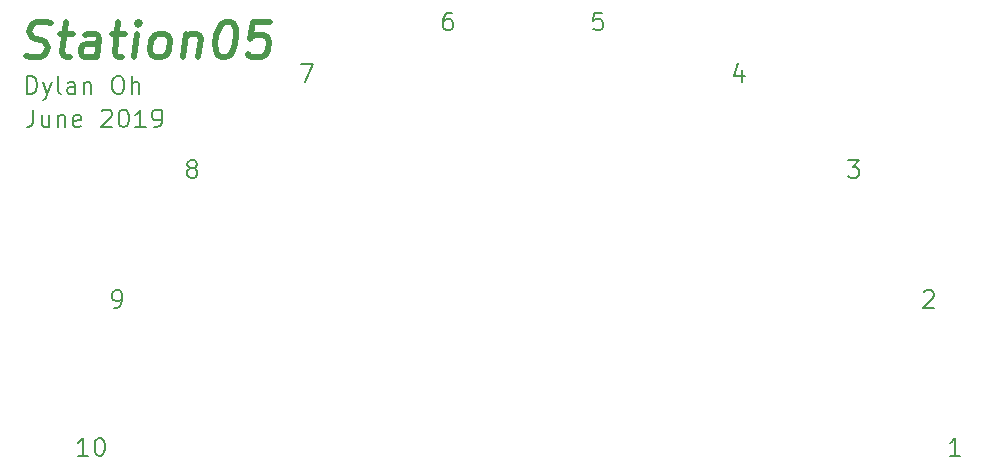
<source format=gbr>
G04 #@! TF.GenerationSoftware,KiCad,Pcbnew,(6.0.0-rc1-dev-305-gf0b8b2136)*
G04 #@! TF.CreationDate,2019-08-12T13:44:36-06:00*
G04 #@! TF.ProjectId,Station05,53746174696F6E30352E6B696361645F,rev?*
G04 #@! TF.SameCoordinates,Original*
G04 #@! TF.FileFunction,Legend,Top*
G04 #@! TF.FilePolarity,Positive*
%FSLAX46Y46*%
G04 Gerber Fmt 4.6, Leading zero omitted, Abs format (unit mm)*
G04 Created by KiCad (PCBNEW (6.0.0-rc1-dev-305-gf0b8b2136)) date 08/12/19 13:44:36*
%MOMM*%
%LPD*%
G01*
G04 APERTURE LIST*
%ADD10C,0.200000*%
%ADD11C,0.500000*%
G04 APERTURE END LIST*
D10*
X103146159Y-95678571D02*
X102289016Y-95678571D01*
X102717588Y-95678571D02*
X102717588Y-94178571D01*
X102574731Y-94392857D01*
X102431874Y-94535714D01*
X102289016Y-94607142D01*
X104074731Y-94178571D02*
X104217588Y-94178571D01*
X104360445Y-94250000D01*
X104431874Y-94321428D01*
X104503302Y-94464285D01*
X104574731Y-94750000D01*
X104574731Y-95107142D01*
X104503302Y-95392857D01*
X104431874Y-95535714D01*
X104360445Y-95607142D01*
X104217588Y-95678571D01*
X104074731Y-95678571D01*
X103931874Y-95607142D01*
X103860445Y-95535714D01*
X103789016Y-95392857D01*
X103717588Y-95107142D01*
X103717588Y-94750000D01*
X103789016Y-94464285D01*
X103860445Y-94321428D01*
X103931874Y-94250000D01*
X104074731Y-94178571D01*
X105351485Y-83171531D02*
X105637200Y-83171531D01*
X105780057Y-83100102D01*
X105851485Y-83028674D01*
X105994342Y-82814388D01*
X106065771Y-82528674D01*
X106065771Y-81957245D01*
X105994342Y-81814388D01*
X105922914Y-81742960D01*
X105780057Y-81671531D01*
X105494342Y-81671531D01*
X105351485Y-81742960D01*
X105280057Y-81814388D01*
X105208628Y-81957245D01*
X105208628Y-82314388D01*
X105280057Y-82457245D01*
X105351485Y-82528674D01*
X105494342Y-82600102D01*
X105780057Y-82600102D01*
X105922914Y-82528674D01*
X105994342Y-82457245D01*
X106065771Y-82314388D01*
X111844332Y-71315888D02*
X111701475Y-71244460D01*
X111630047Y-71173031D01*
X111558618Y-71030174D01*
X111558618Y-70958745D01*
X111630047Y-70815888D01*
X111701475Y-70744460D01*
X111844332Y-70673031D01*
X112130047Y-70673031D01*
X112272904Y-70744460D01*
X112344332Y-70815888D01*
X112415761Y-70958745D01*
X112415761Y-71030174D01*
X112344332Y-71173031D01*
X112272904Y-71244460D01*
X112130047Y-71315888D01*
X111844332Y-71315888D01*
X111701475Y-71387317D01*
X111630047Y-71458745D01*
X111558618Y-71601602D01*
X111558618Y-71887317D01*
X111630047Y-72030174D01*
X111701475Y-72101602D01*
X111844332Y-72173031D01*
X112130047Y-72173031D01*
X112272904Y-72101602D01*
X112344332Y-72030174D01*
X112415761Y-71887317D01*
X112415761Y-71601602D01*
X112344332Y-71458745D01*
X112272904Y-71387317D01*
X112130047Y-71315888D01*
X121215937Y-62509641D02*
X122215937Y-62509641D01*
X121573079Y-64009641D01*
X133935724Y-58166001D02*
X133650010Y-58166001D01*
X133507152Y-58237430D01*
X133435724Y-58308858D01*
X133292867Y-58523144D01*
X133221438Y-58808858D01*
X133221438Y-59380287D01*
X133292867Y-59523144D01*
X133364295Y-59594572D01*
X133507152Y-59666001D01*
X133792867Y-59666001D01*
X133935724Y-59594572D01*
X134007152Y-59523144D01*
X134078581Y-59380287D01*
X134078581Y-59023144D01*
X134007152Y-58880287D01*
X133935724Y-58808858D01*
X133792867Y-58737430D01*
X133507152Y-58737430D01*
X133364295Y-58808858D01*
X133292867Y-58880287D01*
X133221438Y-59023144D01*
X146707132Y-58166001D02*
X145992847Y-58166001D01*
X145921418Y-58880287D01*
X145992847Y-58808858D01*
X146135704Y-58737430D01*
X146492847Y-58737430D01*
X146635704Y-58808858D01*
X146707132Y-58880287D01*
X146778561Y-59023144D01*
X146778561Y-59380287D01*
X146707132Y-59523144D01*
X146635704Y-59594572D01*
X146492847Y-59666001D01*
X146135704Y-59666001D01*
X145992847Y-59594572D01*
X145921418Y-59523144D01*
X158569777Y-63009641D02*
X158569777Y-64009641D01*
X158212634Y-62438212D02*
X157855491Y-63509641D01*
X158784063Y-63509641D01*
X167512810Y-70673031D02*
X168441381Y-70673031D01*
X167941381Y-71244460D01*
X168155667Y-71244460D01*
X168298524Y-71315888D01*
X168369952Y-71387317D01*
X168441381Y-71530174D01*
X168441381Y-71887317D01*
X168369952Y-72030174D01*
X168298524Y-72101602D01*
X168155667Y-72173031D01*
X167727095Y-72173031D01*
X167584238Y-72101602D01*
X167512810Y-72030174D01*
X173934228Y-81814388D02*
X174005657Y-81742960D01*
X174148514Y-81671531D01*
X174505657Y-81671531D01*
X174648514Y-81742960D01*
X174719942Y-81814388D01*
X174791371Y-81957245D01*
X174791371Y-82100102D01*
X174719942Y-82314388D01*
X173862800Y-83171531D01*
X174791371Y-83171531D01*
X176996697Y-95678571D02*
X176139554Y-95678571D01*
X176568126Y-95678571D02*
X176568126Y-94178571D01*
X176425268Y-94392857D01*
X176282411Y-94535714D01*
X176139554Y-94607142D01*
X98527214Y-66371731D02*
X98527214Y-67443160D01*
X98455785Y-67657445D01*
X98312928Y-67800302D01*
X98098642Y-67871731D01*
X97955785Y-67871731D01*
X99884357Y-66871731D02*
X99884357Y-67871731D01*
X99241500Y-66871731D02*
X99241500Y-67657445D01*
X99312928Y-67800302D01*
X99455785Y-67871731D01*
X99670071Y-67871731D01*
X99812928Y-67800302D01*
X99884357Y-67728874D01*
X100598642Y-66871731D02*
X100598642Y-67871731D01*
X100598642Y-67014588D02*
X100670071Y-66943160D01*
X100812928Y-66871731D01*
X101027214Y-66871731D01*
X101170071Y-66943160D01*
X101241500Y-67086017D01*
X101241500Y-67871731D01*
X102527214Y-67800302D02*
X102384357Y-67871731D01*
X102098642Y-67871731D01*
X101955785Y-67800302D01*
X101884357Y-67657445D01*
X101884357Y-67086017D01*
X101955785Y-66943160D01*
X102098642Y-66871731D01*
X102384357Y-66871731D01*
X102527214Y-66943160D01*
X102598642Y-67086017D01*
X102598642Y-67228874D01*
X101884357Y-67371731D01*
X104312928Y-66514588D02*
X104384357Y-66443160D01*
X104527214Y-66371731D01*
X104884357Y-66371731D01*
X105027214Y-66443160D01*
X105098642Y-66514588D01*
X105170071Y-66657445D01*
X105170071Y-66800302D01*
X105098642Y-67014588D01*
X104241500Y-67871731D01*
X105170071Y-67871731D01*
X106098642Y-66371731D02*
X106241500Y-66371731D01*
X106384357Y-66443160D01*
X106455785Y-66514588D01*
X106527214Y-66657445D01*
X106598642Y-66943160D01*
X106598642Y-67300302D01*
X106527214Y-67586017D01*
X106455785Y-67728874D01*
X106384357Y-67800302D01*
X106241500Y-67871731D01*
X106098642Y-67871731D01*
X105955785Y-67800302D01*
X105884357Y-67728874D01*
X105812928Y-67586017D01*
X105741500Y-67300302D01*
X105741500Y-66943160D01*
X105812928Y-66657445D01*
X105884357Y-66514588D01*
X105955785Y-66443160D01*
X106098642Y-66371731D01*
X108027214Y-67871731D02*
X107170071Y-67871731D01*
X107598642Y-67871731D02*
X107598642Y-66371731D01*
X107455785Y-66586017D01*
X107312928Y-66728874D01*
X107170071Y-66800302D01*
X108741500Y-67871731D02*
X109027214Y-67871731D01*
X109170071Y-67800302D01*
X109241500Y-67728874D01*
X109384357Y-67514588D01*
X109455785Y-67228874D01*
X109455785Y-66657445D01*
X109384357Y-66514588D01*
X109312928Y-66443160D01*
X109170071Y-66371731D01*
X108884357Y-66371731D01*
X108741500Y-66443160D01*
X108670071Y-66514588D01*
X108598642Y-66657445D01*
X108598642Y-67014588D01*
X108670071Y-67157445D01*
X108741500Y-67228874D01*
X108884357Y-67300302D01*
X109170071Y-67300302D01*
X109312928Y-67228874D01*
X109384357Y-67157445D01*
X109455785Y-67014588D01*
X98008642Y-65051731D02*
X98008642Y-63551731D01*
X98365785Y-63551731D01*
X98580071Y-63623160D01*
X98722928Y-63766017D01*
X98794357Y-63908874D01*
X98865785Y-64194588D01*
X98865785Y-64408874D01*
X98794357Y-64694588D01*
X98722928Y-64837445D01*
X98580071Y-64980302D01*
X98365785Y-65051731D01*
X98008642Y-65051731D01*
X99365785Y-64051731D02*
X99722928Y-65051731D01*
X100080071Y-64051731D02*
X99722928Y-65051731D01*
X99580071Y-65408874D01*
X99508642Y-65480302D01*
X99365785Y-65551731D01*
X100865785Y-65051731D02*
X100722928Y-64980302D01*
X100651500Y-64837445D01*
X100651500Y-63551731D01*
X102080071Y-65051731D02*
X102080071Y-64266017D01*
X102008642Y-64123160D01*
X101865785Y-64051731D01*
X101580071Y-64051731D01*
X101437214Y-64123160D01*
X102080071Y-64980302D02*
X101937214Y-65051731D01*
X101580071Y-65051731D01*
X101437214Y-64980302D01*
X101365785Y-64837445D01*
X101365785Y-64694588D01*
X101437214Y-64551731D01*
X101580071Y-64480302D01*
X101937214Y-64480302D01*
X102080071Y-64408874D01*
X102794357Y-64051731D02*
X102794357Y-65051731D01*
X102794357Y-64194588D02*
X102865785Y-64123160D01*
X103008642Y-64051731D01*
X103222928Y-64051731D01*
X103365785Y-64123160D01*
X103437214Y-64266017D01*
X103437214Y-65051731D01*
X105580071Y-63551731D02*
X105865785Y-63551731D01*
X106008642Y-63623160D01*
X106151500Y-63766017D01*
X106222928Y-64051731D01*
X106222928Y-64551731D01*
X106151500Y-64837445D01*
X106008642Y-64980302D01*
X105865785Y-65051731D01*
X105580071Y-65051731D01*
X105437214Y-64980302D01*
X105294357Y-64837445D01*
X105222928Y-64551731D01*
X105222928Y-64051731D01*
X105294357Y-63766017D01*
X105437214Y-63623160D01*
X105580071Y-63551731D01*
X106865785Y-65051731D02*
X106865785Y-63551731D01*
X107508642Y-65051731D02*
X107508642Y-64266017D01*
X107437214Y-64123160D01*
X107294357Y-64051731D01*
X107080071Y-64051731D01*
X106937214Y-64123160D01*
X106865785Y-64194588D01*
D11*
X97943642Y-61797445D02*
X98354357Y-61940302D01*
X99068642Y-61940302D01*
X99372214Y-61797445D01*
X99532928Y-61654588D01*
X99711500Y-61368874D01*
X99747214Y-61083160D01*
X99640071Y-60797445D01*
X99515071Y-60654588D01*
X99247214Y-60511731D01*
X98693642Y-60368874D01*
X98425785Y-60226017D01*
X98300785Y-60083160D01*
X98193642Y-59797445D01*
X98229357Y-59511731D01*
X98407928Y-59226017D01*
X98568642Y-59083160D01*
X98872214Y-58940302D01*
X99586500Y-58940302D01*
X99997214Y-59083160D01*
X100747214Y-59940302D02*
X101890071Y-59940302D01*
X101300785Y-58940302D02*
X100979357Y-61511731D01*
X101086500Y-61797445D01*
X101354357Y-61940302D01*
X101640071Y-61940302D01*
X103925785Y-61940302D02*
X104122214Y-60368874D01*
X104015071Y-60083160D01*
X103747214Y-59940302D01*
X103175785Y-59940302D01*
X102872214Y-60083160D01*
X103943642Y-61797445D02*
X103640071Y-61940302D01*
X102925785Y-61940302D01*
X102657928Y-61797445D01*
X102550785Y-61511731D01*
X102586500Y-61226017D01*
X102765071Y-60940302D01*
X103068642Y-60797445D01*
X103782928Y-60797445D01*
X104086500Y-60654588D01*
X105175785Y-59940302D02*
X106318642Y-59940302D01*
X105729357Y-58940302D02*
X105407928Y-61511731D01*
X105515071Y-61797445D01*
X105782928Y-61940302D01*
X106068642Y-61940302D01*
X107068642Y-61940302D02*
X107318642Y-59940302D01*
X107443642Y-58940302D02*
X107282928Y-59083160D01*
X107407928Y-59226017D01*
X107568642Y-59083160D01*
X107443642Y-58940302D01*
X107407928Y-59226017D01*
X108925785Y-61940302D02*
X108657928Y-61797445D01*
X108532928Y-61654588D01*
X108425785Y-61368874D01*
X108532928Y-60511731D01*
X108711500Y-60226017D01*
X108872214Y-60083160D01*
X109175785Y-59940302D01*
X109604357Y-59940302D01*
X109872214Y-60083160D01*
X109997214Y-60226017D01*
X110104357Y-60511731D01*
X109997214Y-61368874D01*
X109818642Y-61654588D01*
X109657928Y-61797445D01*
X109354357Y-61940302D01*
X108925785Y-61940302D01*
X111461500Y-59940302D02*
X111211500Y-61940302D01*
X111425785Y-60226017D02*
X111586500Y-60083160D01*
X111890071Y-59940302D01*
X112318642Y-59940302D01*
X112586500Y-60083160D01*
X112693642Y-60368874D01*
X112497214Y-61940302D01*
X114872214Y-58940302D02*
X115157928Y-58940302D01*
X115425785Y-59083160D01*
X115550785Y-59226017D01*
X115657928Y-59511731D01*
X115729357Y-60083160D01*
X115640071Y-60797445D01*
X115425785Y-61368874D01*
X115247214Y-61654588D01*
X115086500Y-61797445D01*
X114782928Y-61940302D01*
X114497214Y-61940302D01*
X114229357Y-61797445D01*
X114104357Y-61654588D01*
X113997214Y-61368874D01*
X113925785Y-60797445D01*
X114015071Y-60083160D01*
X114229357Y-59511731D01*
X114407928Y-59226017D01*
X114568642Y-59083160D01*
X114872214Y-58940302D01*
X118586500Y-58940302D02*
X117157928Y-58940302D01*
X116836500Y-60368874D01*
X116997214Y-60226017D01*
X117300785Y-60083160D01*
X118015071Y-60083160D01*
X118282928Y-60226017D01*
X118407928Y-60368874D01*
X118515071Y-60654588D01*
X118425785Y-61368874D01*
X118247214Y-61654588D01*
X118086500Y-61797445D01*
X117782928Y-61940302D01*
X117068642Y-61940302D01*
X116800785Y-61797445D01*
X116675785Y-61654588D01*
M02*

</source>
